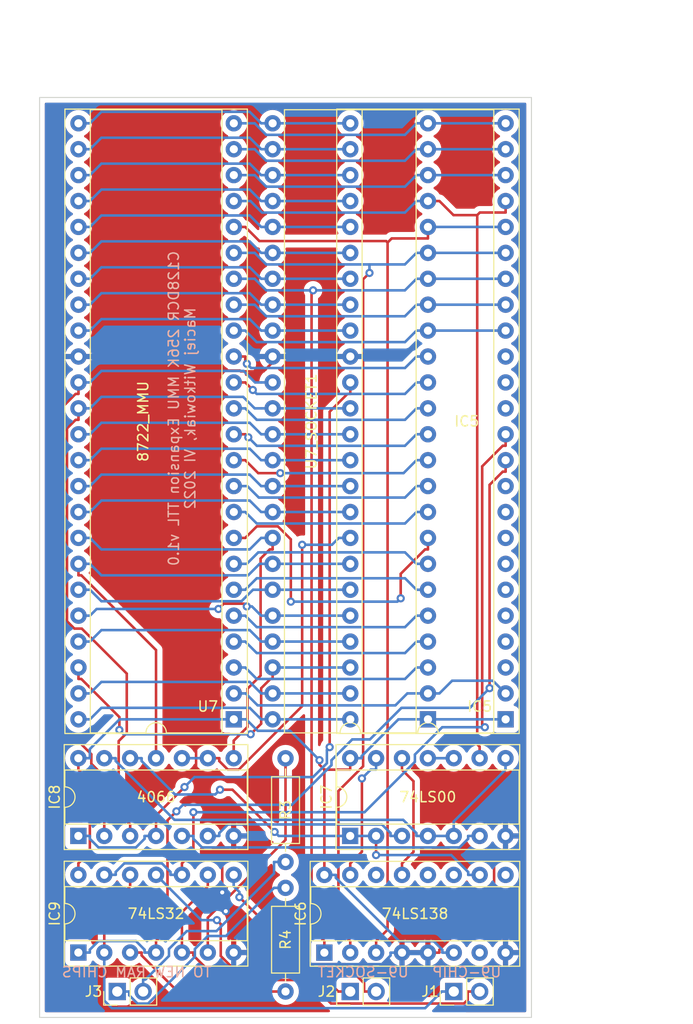
<source format=kicad_pcb>
(kicad_pcb (version 20211014) (generator pcbnew)
  (layers (0 "F.Cu" signal) (31 "B.Cu" signal) (34 "B.Paste" user) (35 "F.Paste" user) (36 "B.SilkS" user "B.Silkscreen") (37 "F.SilkS" user "F.Silkscreen") (38 "B.Mask" user) (39 "F.Mask" user) (44 "Edge.Cuts" user))
  (net 0 "")
  (net 1 "/~{RESET}")
  (net 10 "Net-(IC5-Pad11)")
  (net 11 "Net-(IC5-Pad12)")
  (net 15 "/AEC")
  (net 16 "/MUX")
  (net 17 "/A0")
  (net 18 "/A1")
  (net 19 "/A2")
  (net 20 "/A3")
  (net 21 "/A5{slash}A4")
  (net 22 "/A7{slash}A6")
  (net 23 "/A8")
  (net 24 "/A9")
  (net 25 "/A10")
  (net 26 "/A11")
  (net 27 "/A12")
  (net 28 "/A13")
  (net 29 "/A14")
  (net 30 "/A15")
  (net 31 "/R{slash}~{W}")
  (net 32 "/PHI_{IN}")
  (net 33 "/D0")
  (net 34 "/D1")
  (net 35 "/D2")
  (net 36 "/D3")
  (net 37 "/D4")
  (net 38 "/D5")
  (net 39 "/D6")
  (net 40 "/D7")
  (net 41 "/~{Z80EN}")
  (net 42 "/~{FSDIR}")
  (net 43 "/~{GAME}")
  (net 44 "/~{EXROM}")
  (net 45 "/MS3")
  (net 46 "/40{slash}~{80}")
  (net 47 "/D0_{IC5}")
  (net 48 "/D6_{IC5}")
  (net 49 "Net-(IC6-Pad10)")
  (net 50 "Net-(IC6-Pad13)")
  (net 51 "Net-(IC7-Pad10)")
  (net 57 "Net-(IC6-Pad15)")
  (net 58 "Net-(IC8-Pad6)")
  (net 59 "Net-(IC7-Pad4)")
  (net 60 "Net-(IC7-Pad6)")
  (net 61 "Net-(IC9-Pad3)")
  (net 62 "Net-(IC9-Pad6)")
  (net 63 "/~{RAMCAS2}")
  (net 64 "/~{RAMCAS3}")
  (net 65 "/~{RAMCAS1}_{IN}")
  (net 66 "/~{RAMCAS0}_{IN}")
  (net 67 "/~{RAMCAS1}_{OUT}")
  (net 68 "/~{RAMCAS0}_{OUT}")
  (net 69 "/TA15")
  (net 70 "/TA14")
  (net 71 "/TA13")
  (net 72 "/TA12")
  (net 73 "/TA11")
  (net 74 "/TA10")
  (net 75 "/TA9")
  (net 76 "/TA8")
  (net 77 "/~{CAS1}")
  (net 78 "/~{CAS0}")
  (net 79 "/MS2,~{IOSEL}")
  (net 80 "/MS1")
  (net 81 "/MS0")
  (net 82 "VCC")
  (net 83 "GND")
  (footprint "Connector_PinHeader_2.54mm:PinHeader_1x02_P2.54mm_Vertical" (layer "F.Cu") (at 96.52 113.03 90)
    (fp_text reference "J2")
    (fp_text value "U9-SOCKET")
  )
  (footprint "Package_DIP:DIP-14_W7.62mm_Socket" (layer "F.Cu") (at 69.845 109.21 90)
    (fp_text reference "IC9")
    (fp_text value "74LS32")
  )
  (footprint "Package_DIP:DIP-48_W15.24mm" (layer "F.Cu") (at 104.145 86.35 180)
    (fp_text reference "U7_SOCKET1" hide)
    (fp_text value "8722_MMU")
  )
  (footprint "Package_DIP:DIP-48_W15.24mm_Socket" (layer "F.Cu") (at 85.095 86.35 180)
    (fp_text reference "U7")
    (fp_text value "8722_MMU")
  )
  (footprint "Package_DIP:DIP-14_W7.62mm_Socket" (layer "F.Cu") (at 69.845 97.78 90)
    (fp_text reference "IC8")
    (fp_text value "4066")
  )
  (footprint "Package_DIP:DIP-16_W7.62mm_Socket" (layer "F.Cu") (at 93.98 109.22 90)
    (fp_text reference "IC6")
    (fp_text value "74LS138")
  )
  (footprint "Package_DIP:DIP-48_W15.24mm_Socket" (layer "F.Cu") (at 111.765 86.35 180)
    (fp_text reference "IC5")
    (fp_text value "8722_MMU")
  )
  (footprint "Resistor_THT:R_Axial_DIN0207_L6.3mm_D2.5mm_P10.16mm_Horizontal" (layer "F.Cu") (at 90.17 90.17 -90)
    (fp_text reference "R3")
    (fp_text value "68")
  )
  (footprint "Connector_PinHeader_2.54mm:PinHeader_1x02_P2.54mm_Vertical" (layer "F.Cu") (at 106.68 113.03 90)
    (fp_text reference "J1")
    (fp_text value "U9-CHIP")
  )
  (footprint "Resistor_THT:R_Axial_DIN0207_L6.3mm_D2.5mm_P10.16mm_Horizontal" (layer "F.Cu") (at 90.17 113.03 90)
    (fp_text reference "R4")
    (fp_text value "68")
  )
  (footprint "Connector_PinHeader_2.54mm:PinHeader_1x02_P2.54mm_Vertical" (layer "F.Cu") (at 73.66 113.03 90)
    (fp_text reference "J3")
    (fp_text value "TO NEW RAM CHIPS")
  )
  (footprint "Package_DIP:DIP-14_W7.62mm_Socket" (layer "F.Cu") (at 96.515 97.78 90)
    (fp_text reference "IC7")
    (fp_text value "74LS00")
  )
  (gr_rect (start 114.3 25.4) (end 66.04 115.57) (layer "Edge.Cuts") (width 0.1) (fill none))
  (gr_text "C128DCR 256K MMU Expansion TTL v1.0\nMaciej Witkowiak, VI 2022" (at 80.01 55.88 90) (layer "B.SilkS") (effects (font (size 1 1)) (justify mirror)))
  (segment (start 103.0197 83.81) (end 102.1205 83.81) (width 0.25) (layer "B.Cu") (net 1))
  (segment (start 110.5217 82.5667) (end 106.5136 82.5667) (width 0.25) (layer "B.Cu") (net 1))
  (segment (start 86.2618 83.81) (end 85.095 83.81) (width 0.25) (layer "B.Cu") (net 1))
  (segment (start 104.145 83.81) (end 103.0197 83.81) (width 0.25) (layer "B.Cu") (net 1))
  (segment (start 87.4353 84.9835) (end 86.2618 83.81) (width 0.25) (layer "B.Cu") (net 1))
  (segment (start 111.765 83.81) (end 110.5217 82.5667) (width 0.25) (layer "B.Cu") (net 1))
  (segment (start 106.5136 82.5667) (end 105.2703 83.81) (width 0.25) (layer "B.Cu") (net 1))
  (segment (start 104.145 83.81) (end 105.2703 83.81) (width 0.25) (layer "B.Cu") (net 1))
  (segment (start 102.1205 83.81) (end 100.947 84.9835) (width 0.25) (layer "B.Cu") (net 1))
  (segment (start 100.947 84.9835) (end 87.4353 84.9835) (width 0.25) (layer "B.Cu") (net 1))
  (segment (start 111.4837 62.0753) (end 110.192 63.367) (width 0.25) (layer "F.Cu") (net 10))
  (segment (start 110.192 63.367) (end 110.192 83.2962) (width 0.25) (layer "F.Cu") (net 10))
  (segment (start 111.765 62.0753) (end 111.4837 62.0753) (width 0.25) (layer "F.Cu") (net 10))
  (segment (start 78.5903 106.9594) (end 78.5903 96.2435) (width 0.25) (layer "F.Cu") (net 10))
  (segment (start 77.465 108.0847) (end 78.5903 106.9594) (width 0.25) (layer "F.Cu") (net 10))
  (segment (start 78.5903 96.2435) (end 79.4646 95.3692) (width 0.25) (layer "F.Cu") (net 10))
  (segment (start 77.465 109.21) (end 77.465 108.0847) (width 0.25) (layer "F.Cu") (net 10))
  (segment (start 111.765 60.95) (end 111.765 62.0753) (width 0.25) (layer "F.Cu") (net 10))
  (via (at 110.192 83.2962) (size 0.8) (drill 0.4) (layers "F.Cu" "B.Cu") (net 10))
  (via (at 79.4646 95.3692) (size 0.8) (drill 0.4) (layers "F.Cu" "B.Cu") (net 10))
  (segment (start 75.4957 108.0847) (end 71.8142 108.0847) (width 0.25) (layer "B.Cu") (net 10))
  (segment (start 94.6793 90.3565) (end 96.7176 88.3182) (width 0.25) (layer "B.Cu") (net 10))
  (segment (start 76.3397 109.21) (end 76.3397 108.9287) (width 0.25) (layer "B.Cu") (net 10))
  (segment (start 70.9703 108.9286) (end 70.9703 109.21) (width 0.25) (layer "B.Cu") (net 10))
  (segment (start 79.4646 95.3692) (end 80.1046 94.7292) (width 0.25) (layer "B.Cu") (net 10))
  (segment (start 94.6793 90.8406) (end 94.6793 90.3565) (width 0.25) (layer "B.Cu") (net 10))
  (segment (start 108.2636 85.2246) (end 110.192 83.2962) (width 0.25) (layer "B.Cu") (net 10))
  (segment (start 80.1046 94.7292) (end 90.7907 94.7292) (width 0.25) (layer "B.Cu") (net 10))
  (segment (start 90.7907 94.7292) (end 94.6793 90.8406) (width 0.25) (layer "B.Cu") (net 10))
  (segment (start 98.4553 88.3182) (end 101.5489 85.2246) (width 0.25) (layer "B.Cu") (net 10))
  (segment (start 69.845 109.21) (end 70.9703 109.21) (width 0.25) (layer "B.Cu") (net 10))
  (segment (start 76.3397 108.9287) (end 75.4957 108.0847) (width 0.25) (layer "B.Cu") (net 10))
  (segment (start 96.7176 88.3182) (end 98.4553 88.3182) (width 0.25) (layer "B.Cu") (net 10))
  (segment (start 77.465 109.21) (end 76.3397 109.21) (width 0.25) (layer "B.Cu") (net 10))
  (segment (start 101.5489 85.2246) (end 108.2636 85.2246) (width 0.25) (layer "B.Cu") (net 10))
  (segment (start 71.8142 108.0847) (end 70.9703 108.9286) (width 0.25) (layer "B.Cu") (net 10))
  (segment (start 109.4667 86.8629) (end 109.7278 87.124) (width 0.25) (layer "F.Cu") (net 11))
  (segment (start 111.765 59.5353) (end 111.4837 59.5353) (width 0.25) (layer "F.Cu") (net 11))
  (segment (start 80.005 101.59) (end 80.005 100.4647) (width 0.25) (layer "F.Cu") (net 11))
  (segment (start 109.4667 61.5523) (end 109.4667 86.8629) (width 0.25) (layer "F.Cu") (net 11))
  (segment (start 80.005 100.4647) (end 81.1303 99.3394) (width 0.25) (layer "F.Cu") (net 11))
  (segment (start 111.765 58.41) (end 111.765 59.5353) (width 0.25) (layer "F.Cu") (net 11))
  (segment (start 81.1303 99.3394) (end 81.1303 95.4546) (width 0.25) (layer "F.Cu") (net 11))
  (segment (start 111.4837 59.5353) (end 109.4667 61.5523) (width 0.25) (layer "F.Cu") (net 11))
  (via (at 81.1303 95.4546) (size 0.8) (drill 0.4) (layers "F.Cu" "B.Cu") (net 11))
  (via (at 109.7278 87.124) (size 0.8) (drill 0.4) (layers "F.Cu" "B.Cu") (net 11))
  (segment (start 109.7278 87.124) (end 105.5436 87.124) (width 0.25) (layer "B.Cu") (net 11))
  (segment (start 102.865 89.8026) (end 102.865 90.5112) (width 0.25) (layer "B.Cu") (net 11))
  (segment (start 73.5103 101.3087) (end 74.3543 100.4647) (width 0.25) (layer "B.Cu") (net 11))
  (segment (start 78.0358 100.4647) (end 78.8797 101.3086) (width 0.25) (layer "B.Cu") (net 11))
  (segment (start 73.5103 101.59) (end 73.5103 101.3087) (width 0.25) (layer "B.Cu") (net 11))
  (segment (start 102.865 90.5112) (end 97.9216 95.4546) (width 0.25) (layer "B.Cu") (net 11))
  (segment (start 74.3543 100.4647) (end 78.0358 100.4647) (width 0.25) (layer "B.Cu") (net 11))
  (segment (start 105.5436 87.124) (end 102.865 89.8026) (width 0.25) (layer "B.Cu") (net 11))
  (segment (start 72.385 101.59) (end 73.5103 101.59) (width 0.25) (layer "B.Cu") (net 11))
  (segment (start 97.9216 95.4546) (end 81.1303 95.4546) (width 0.25) (layer "B.Cu") (net 11))
  (segment (start 78.8797 101.3086) (end 78.8797 101.59) (width 0.25) (layer "B.Cu") (net 11))
  (segment (start 80.005 101.59) (end 78.8797 101.59) (width 0.25) (layer "B.Cu") (net 11))
  (segment (start 111.765 48.25) (end 104.145 48.25) (width 0.25) (layer "B.Cu") (net 15))
  (segment (start 85.095 48.25) (end 86.2203 48.25) (width 0.25) (layer "B.Cu") (net 15))
  (segment (start 104.145 48.25) (end 103.0197 48.25) (width 0.25) (layer "B.Cu") (net 15))
  (segment (start 103.0197 48.25) (end 101.8944 49.3753) (width 0.25) (layer "B.Cu") (net 15))
  (segment (start 101.8944 49.3753) (end 87.3456 49.3753) (width 0.25) (layer "B.Cu") (net 15))
  (segment (start 87.3456 49.3753) (end 86.2203 48.25) (width 0.25) (layer "B.Cu") (net 15))
  (segment (start 111.765 45.71) (end 104.145 45.71) (width 0.25) (layer "B.Cu") (net 16))
  (segment (start 88.276 46.8432) (end 87.1428 45.71) (width 0.25) (layer "B.Cu") (net 16))
  (segment (start 101.8865 46.8432) (end 88.276 46.8432) (width 0.25) (layer "B.Cu") (net 16))
  (segment (start 87.1428 45.71) (end 85.095 45.71) (width 0.25) (layer "B.Cu") (net 16))
  (segment (start 104.145 45.71) (end 103.0197 45.71) (width 0.25) (layer "B.Cu") (net 16))
  (segment (start 103.0197 45.71) (end 101.8865 46.8432) (width 0.25) (layer "B.Cu") (net 16))
  (segment (start 93.98 108.0947) (end 92.7262 106.8409) (width 0.25) (layer "F.Cu") (net 17))
  (segment (start 92.7262 44.4502) (end 92.8732 44.3032) (width 0.25) (layer "F.Cu") (net 17))
  (segment (start 93.98 109.22) (end 93.98 108.0947) (width 0.25) (layer "F.Cu") (net 17))
  (segment (start 92.7262 106.8409) (end 92.7262 44.4502) (width 0.25) (layer "F.Cu") (net 17))
  (via (at 92.8732 44.3032) (size 0.8) (drill 0.4) (layers "F.Cu" "B.Cu") (net 17))
  (segment (start 103.0197 43.17) (end 101.8865 44.3032) (width 0.25) (layer "B.Cu") (net 17))
  (segment (start 92.8732 44.3032) (end 88.276 44.3032) (width 0.25) (layer "B.Cu") (net 17))
  (segment (start 104.145 43.17) (end 103.0197 43.17) (width 0.25) (layer "B.Cu") (net 17))
  (segment (start 88.276 44.3032) (end 87.1428 43.17) (width 0.25) (layer "B.Cu") (net 17))
  (segment (start 101.8865 44.3032) (end 92.8732 44.3032) (width 0.25) (layer "B.Cu") (net 17))
  (segment (start 87.1428 43.17) (end 85.095 43.17) (width 0.25) (layer "B.Cu") (net 17))
  (segment (start 111.765 43.17) (end 104.145 43.17) (width 0.25) (layer "B.Cu") (net 17))
  (segment (start 96.52 109.22) (end 96.52 108.0947) (width 0.25) (layer "F.Cu") (net 18))
  (segment (start 96.52 108.0947) (end 95.3587 106.9334) (width 0.25) (layer "F.Cu") (net 18))
  (segment (start 95.3587 106.9334) (end 95.3587 93.3758) (width 0.25) (layer "F.Cu") (net 18))
  (segment (start 97.785 43.2189) (end 98.4072 42.5967) (width 0.25) (layer "F.Cu") (net 18))
  (segment (start 97.785 90.9495) (end 97.785 43.2189) (width 0.25) (layer "F.Cu") (net 18))
  (segment (start 95.3587 93.3758) (end 97.785 90.9495) (width 0.25) (layer "F.Cu") (net 18))
  (via (at 98.4072 42.5967) (size 0.8) (drill 0.4) (layers "F.Cu" "B.Cu") (net 18))
  (segment (start 103.0197 40.63) (end 101.8865 41.7632) (width 0.25) (layer "B.Cu") (net 18))
  (segment (start 104.145 40.63) (end 103.0197 40.63) (width 0.25) (layer "B.Cu") (net 18))
  (segment (start 87.1428 40.63) (end 85.095 40.63) (width 0.25) (layer "B.Cu") (net 18))
  (segment (start 111.765 40.63) (end 104.145 40.63) (width 0.25) (layer "B.Cu") (net 18))
  (segment (start 101.8865 41.7632) (end 98.4072 41.7632) (width 0.25) (layer "B.Cu") (net 18))
  (segment (start 98.4072 41.7632) (end 88.276 41.7632) (width 0.25) (layer "B.Cu") (net 18))
  (segment (start 98.4072 42.5967) (end 98.4072 41.7632) (width 0.25) (layer "B.Cu") (net 18))
  (segment (start 88.276 41.7632) (end 87.1428 40.63) (width 0.25) (layer "B.Cu") (net 18))
  (segment (start 100.0403 39.4726) (end 100.1853 39.6176) (width 0.25) (layer "F.Cu") (net 19))
  (segment (start 104.145 39.2153) (end 100.5876 39.2153) (width 0.25) (layer "F.Cu") (net 19))
  (segment (start 104.145 38.09) (end 104.145 39.2153) (width 0.25) (layer "F.Cu") (net 19))
  (segment (start 100.1853 39.6176) (end 100.1853 106.9694) (width 0.25) (layer "F.Cu") (net 19))
  (segment (start 86.2203 38.09) (end 87.6029 39.4726) (width 0.25) (layer "F.Cu") (net 19))
  (segment (start 99.06 109.22) (end 99.06 108.0947) (width 0.25) (layer "F.Cu") (net 19))
  (segment (start 85.095 38.09) (end 86.2203 38.09) (width 0.25) (layer "F.Cu") (net 19))
  (segment (start 100.1853 106.9694) (end 99.06 108.0947) (width 0.25) (layer "F.Cu") (net 19))
  (segment (start 100.5876 39.2153) (end 100.1853 39.6176) (width 0.25) (layer "F.Cu") (net 19))
  (segment (start 87.6029 39.4726) (end 100.0403 39.4726) (width 0.25) (layer "F.Cu") (net 19))
  (segment (start 111.765 38.09) (end 104.145 38.09) (width 0.25) (layer "B.Cu") (net 19))
  (segment (start 106.6529 36.9326) (end 105.2703 35.55) (width 0.25) (layer "F.Cu") (net 20))
  (segment (start 109.215 89.0347) (end 108.9787 88.7984) (width 0.25) (layer "F.Cu") (net 20))
  (segment (start 108.9787 36.9326) (end 106.6529 36.9326) (width 0.25) (layer "F.Cu") (net 20))
  (segment (start 108.9787 88.7984) (end 108.9787 36.9326) (width 0.25) (layer "F.Cu") (net 20))
  (segment (start 109.215 90.16) (end 109.215 89.0347) (width 0.25) (layer "F.Cu") (net 20))
  (segment (start 104.145 35.55) (end 105.2703 35.55) (width 0.25) (layer "F.Cu") (net 20))
  (segment (start 111.765 36.6753) (end 109.236 36.6753) (width 0.25) (layer "F.Cu") (net 20))
  (segment (start 109.236 36.6753) (end 108.9787 36.9326) (width 0.25) (layer "F.Cu") (net 20))
  (segment (start 111.765 35.55) (end 111.765 36.6753) (width 0.25) (layer "F.Cu") (net 20))
  (segment (start 103.0197 35.55) (end 101.8865 36.6832) (width 0.25) (layer "B.Cu") (net 20))
  (segment (start 87.8648 36.6832) (end 86.7316 35.55) (width 0.25) (layer "B.Cu") (net 20))
  (segment (start 104.145 35.55) (end 103.0197 35.55) (width 0.25) (layer "B.Cu") (net 20))
  (segment (start 86.7316 35.55) (end 85.095 35.55) (width 0.25) (layer "B.Cu") (net 20))
  (segment (start 101.8865 36.6832) (end 87.8648 36.6832) (width 0.25) (layer "B.Cu") (net 20))
  (segment (start 87.1428 33.01) (end 85.095 33.01) (width 0.25) (layer "B.Cu") (net 21))
  (segment (start 88.276 34.1432) (end 87.1428 33.01) (width 0.25) (layer "B.Cu") (net 21))
  (segment (start 111.765 33.01) (end 104.145 33.01) (width 0.25) (layer "B.Cu") (net 21))
  (segment (start 103.0197 33.01) (end 101.8865 34.1432) (width 0.25) (layer "B.Cu") (net 21))
  (segment (start 101.8865 34.1432) (end 88.276 34.1432) (width 0.25) (layer "B.Cu") (net 21))
  (segment (start 104.145 33.01) (end 103.0197 33.01) (width 0.25) (layer "B.Cu") (net 21))
  (segment (start 104.145 30.47) (end 103.0197 30.47) (width 0.25) (layer "B.Cu") (net 22))
  (segment (start 87.1428 30.47) (end 85.095 30.47) (width 0.25) (layer "B.Cu") (net 22))
  (segment (start 103.0197 30.47) (end 101.8865 31.6032) (width 0.25) (layer "B.Cu") (net 22))
  (segment (start 88.276 31.6032) (end 87.1428 30.47) (width 0.25) (layer "B.Cu") (net 22))
  (segment (start 101.8865 31.6032) (end 88.276 31.6032) (width 0.25) (layer "B.Cu") (net 22))
  (segment (start 111.765 30.47) (end 104.145 30.47) (width 0.25) (layer "B.Cu") (net 22))
  (segment (start 103.0197 27.93) (end 101.8865 29.0632) (width 0.25) (layer "B.Cu") (net 23))
  (segment (start 101.8865 29.0632) (end 88.276 29.0632) (width 0.25) (layer "B.Cu") (net 23))
  (segment (start 104.145 27.93) (end 103.0197 27.93) (width 0.25) (layer "B.Cu") (net 23))
  (segment (start 88.276 29.0632) (end 87.1428 27.93) (width 0.25) (layer "B.Cu") (net 23))
  (segment (start 111.765 27.93) (end 104.145 27.93) (width 0.25) (layer "B.Cu") (net 23))
  (segment (start 87.1428 27.93) (end 85.095 27.93) (width 0.25) (layer "B.Cu") (net 23))
  (segment (start 69.855 27.93) (end 70.9803 27.93) (width 0.25) (layer "B.Cu") (net 24))
  (segment (start 96.525 27.93) (end 88.905 27.93) (width 0.25) (layer "B.Cu") (net 24))
  (segment (start 88.905 27.93) (end 87.7797 27.93) (width 0.25) (layer "B.Cu") (net 24))
  (segment (start 72.1056 26.8047) (end 86.6544 26.8047) (width 0.25) (layer "B.Cu") (net 24))
  (segment (start 86.6544 26.8047) (end 87.7797 27.93) (width 0.25) (layer "B.Cu") (net 24))
  (segment (start 70.9803 27.93) (end 72.1056 26.8047) (width 0.25) (layer "B.Cu") (net 24))
  (segment (start 69.855 30.47) (end 70.9803 30.47) (width 0.25) (layer "B.Cu") (net 25))
  (segment (start 96.525 30.47) (end 88.905 30.47) (width 0.25) (layer "B.Cu") (net 25))
  (segment (start 86.6544 29.3447) (end 87.7797 30.47) (width 0.25) (layer "B.Cu") (net 25))
  (segment (start 72.1056 29.3447) (end 86.6544 29.3447) (width 0.25) (layer "B.Cu") (net 25))
  (segment (start 70.9803 30.47) (end 72.1056 29.3447) (width 0.25) (layer "B.Cu") (net 25))
  (segment (start 88.905 30.47) (end 87.7797 30.47) (width 0.25) (layer "B.Cu") (net 25))
  (segment (start 96.525 33.01) (end 88.905 33.01) (width 0.25) (layer "B.Cu") (net 26))
  (segment (start 70.9803 33.01) (end 72.1056 31.8847) (width 0.25) (layer "B.Cu") (net 26))
  (segment (start 69.855 33.01) (end 70.9803 33.01) (width 0.25) (layer "B.Cu") (net 26))
  (segment (start 72.1056 31.8847) (end 86.6544 31.8847) (width 0.25) (layer "B.Cu") (net 26))
  (segment (start 86.6544 31.8847) (end 87.7797 33.01) (width 0.25) (layer "B.Cu") (net 26))
  (segment (start 88.905 33.01) (end 87.7797 33.01) (width 0.25) (layer "B.Cu") (net 26))
  (segment (start 72.1056 34.4247) (end 86.6544 34.4247) (width 0.25) (layer "B.Cu") (net 27))
  (segment (start 86.6544 34.4247) (end 87.7797 35.55) (width 0.25) (layer "B.Cu") (net 27))
  (segment (start 69.855 35.55) (end 70.9803 35.55) (width 0.25) (layer "B.Cu") (net 27))
  (segment (start 70.9803 35.55) (end 72.1056 34.4247) (width 0.25) (layer "B.Cu") (net 27))
  (segment (start 96.525 35.55) (end 88.905 35.55) (width 0.25) (layer "B.Cu") (net 27))
  (segment (start 88.905 35.55) (end 87.7797 35.55) (width 0.25) (layer "B.Cu") (net 27))
  (segment (start 96.525 38.09) (end 88.905 38.09) (width 0.25) (layer "B.Cu") (net 28))
  (segment (start 69.855 38.09) (end 70.9803 38.09) (width 0.25) (layer "B.Cu") (net 28))
  (segment (start 72.1056 36.9647) (end 86.6544 36.9647) (width 0.25) (layer "B.Cu") (net 28))
  (segment (start 88.905 38.09) (end 87.7797 38.09) (width 0.25) (layer "B.Cu") (net 28))
  (segment (start 70.9803 38.09) (end 72.1056 36.9647) (width 0.25) (layer "B.Cu") (net 28))
  (segment (start 86.6544 36.9647) (end 87.7797 38.09) (width 0.25) (layer "B.Cu") (net 28))
  (segment (start 88.905 40.63) (end 87.7797 40.63) (width 0.25) (layer "B.Cu") (net 29))
  (segment (start 96.525 40.63) (end 88.905 40.63) (width 0.25) (layer "B.Cu") (net 29))
  (segment (start 72.1056 39.5047) (end 86.6544 39.5047) (width 0.25) (layer "B.Cu") (net 29))
  (segment (start 86.6544 39.5047) (end 87.7797 40.63) (width 0.25) (layer "B.Cu") (net 29))
  (segment (start 69.855 40.63) (end 70.9803 40.63) (width 0.25) (layer "B.Cu") (net 29))
  (segment (start 70.9803 40.63) (end 72.1056 39.5047) (width 0.25) (layer "B.Cu") (net 29))
  (segment (start 69.855 43.17) (end 70.9803 43.17) (width 0.25) (layer "B.Cu") (net 30))
  (segment (start 96.525 43.17) (end 88.905 43.17) (width 0.25) (layer "B.Cu") (net 30))
  (segment (start 72.1056 42.0447) (end 86.6544 42.0447) (width 0.25) (layer "B.Cu") (net 30))
  (segment (start 86.6544 42.0447) (end 87.7797 43.17) (width 0.25) (layer "B.Cu") (net 30))
  (segment (start 88.905 43.17) (end 87.7797 43.17) (width 0.25) (layer "B.Cu") (net 30))
  (segment (start 70.9803 43.17) (end 72.1056 42.0447) (width 0.25) (layer "B.Cu") (net 30))
  (segment (start 70.9803 45.71) (end 72.1056 44.5847) (width 0.25) (layer "B.Cu") (net 31))
  (segment (start 96.525 45.71) (end 88.905 45.71) (width 0.25) (layer "B.Cu") (net 31))
  (segment (start 88.905 45.71) (end 87.7797 45.71) (width 0.25) (layer "B.Cu") (net 31))
  (segment (start 69.855 45.71) (end 70.9803 45.71) (width 0.25) (layer "B.Cu") (net 31))
  (segment (start 72.1056 44.5847) (end 86.6544 44.5847) (width 0.25) (layer "B.Cu") (net 31))
  (segment (start 86.6544 44.5847) (end 87.7797 45.71) (width 0.25) (layer "B.Cu") (net 31))
  (segment (start 88.905 48.25) (end 87.7797 48.25) (width 0.25) (layer "B.Cu") (net 32))
  (segment (start 96.525 48.25) (end 88.905 48.25) (width 0.25) (layer "B.Cu") (net 32))
  (segment (start 70.9803 48.25) (end 72.1056 47.1247) (width 0.25) (layer "B.Cu") (net 32))
  (segment (start 72.1056 47.1247) (end 86.6544 47.1247) (width 0.25) (layer "B.Cu") (net 32))
  (segment (start 69.855 48.25) (end 70.9803 48.25) (width 0.25) (layer "B.Cu") (net 32))
  (segment (start 86.6544 47.1247) (end 87.7797 48.25) (width 0.25) (layer "B.Cu") (net 32))
  (segment (start 68.2647 86.9209) (end 68.2647 55.7643) (width 0.25) (layer "F.Cu") (net 33))
  (segment (start 69.855 53.33) (end 69.855 54.4553) (width 0.25) (layer "F.Cu") (net 33))
  (segment (start 71.115 90.7014) (end 71.115 89.7712) (width 0.25) (layer "F.Cu") (net 33))
  (segment (start 69.5737 54.4553) (end 69.855 54.4553) (width 0.25) (layer "F.Cu") (net 33))
  (segment (start 68.2647 55.7643) (end 69.5737 54.4553) (width 0.25) (layer "F.Cu") (net 33))
  (segment (start 72.385 97.78) (end 72.385 91.9714) (width 0.25) (layer "F.Cu") (net 33))
  (segment (start 72.385 91.9714) (end 71.115 90.7014) (width 0.25) (layer "F.Cu") (net 33))
  (segment (start 71.115 89.7712) (end 68.2647 86.9209) (width 0.25) (layer "F.Cu") (net 33))
  (segment (start 86.0546 52.2047) (end 87.1799 53.33) (width 0.25) (layer "B.Cu") (net 33))
  (segment (start 69.855 53.33) (end 70.9803 53.33) (width 0.25) (layer "B.Cu") (net 33))
  (segment (start 70.9803 53.33) (end 72.1056 52.2047) (width 0.25) (layer "B.Cu") (net 33))
  (segment (start 88.905 53.33) (end 87.7797 53.33) (width 0.25) (layer "B.Cu") (net 33))
  (segment (start 87.1799 53.33) (end 87.7797 53.33) (width 0.25) (layer "B.Cu") (net 33))
  (segment (start 72.1056 52.2047) (end 86.0546 52.2047) (width 0.25) (layer "B.Cu") (net 33))
  (segment (start 73.7997 88.4845) (end 74.5926 87.6916) (width 0.25) (layer "F.Cu") (net 34))
  (segment (start 74.5926 81.8701) (end 70.1825 77.46) (width 0.25) (layer "F.Cu") (net 34))
  (segment (start 69.5736 56.9953) (end 69.855 56.9953) (width 0.25) (layer "F.Cu") (net 34))
  (segment (start 68.7297 76.7337) (end 68.7297 57.8392) (width 0.25) (layer "F.Cu") (net 34))
  (segment (start 74.925 97.78) (end 74.925 96.6547) (width 0.25) (layer "F.Cu") (net 34))
  (segment (start 68.7297 57.8392) (end 69.5736 56.9953) (width 0.25) (layer "F.Cu") (net 34))
  (segment (start 70.1825 77.46) (end 69.456 77.46) (width 0.25) (layer "F.Cu") (net 34))
  (segment (start 69.855 55.87) (end 69.855 56.9953) (width 0.25) (layer "F.Cu") (net 34))
  (segment (start 73.7997 95.5294) (end 73.7997 88.4845) (width 0.25) (layer "F.Cu") (net 34))
  (segment (start 69.456 77.46) (end 68.7297 76.7337) (width 0.25) (layer "F.Cu") (net 34))
  (segment (start 74.925 96.6547) (end 73.7997 95.5294) (width 0.25) (layer "F.Cu") (net 34))
  (segment (start 74.5926 87.6916) (end 74.5926 81.8701) (width 0.25) (layer "F.Cu") (net 34))
  (segment (start 87.1433 55.87) (end 87.7797 55.87) (width 0.25) (layer "B.Cu") (net 34))
  (segment (start 96.525 55.87) (end 88.905 55.87) (width 0.25) (layer "B.Cu") (net 34))
  (segment (start 69.855 55.87) (end 70.9803 55.87) (width 0.25) (layer "B.Cu") (net 34))
  (segment (start 88.905 55.87) (end 87.7797 55.87) (width 0.25) (layer "B.Cu") (net 34))
  (segment (start 72.1056 54.7447) (end 86.018 54.7447) (width 0.25) (layer "B.Cu") (net 34))
  (segment (start 86.018 54.7447) (end 87.1433 55.87) (width 0.25) (layer "B.Cu") (net 34))
  (segment (start 70.9803 55.87) (end 72.1056 54.7447) (width 0.25) (layer "B.Cu") (net 34))
  (segment (start 69.855 58.41) (end 70.9803 58.41) (width 0.25) (layer "B.Cu") (net 35))
  (segment (start 72.1056 57.2847) (end 86.6544 57.2847) (width 0.25) (layer "B.Cu") (net 35))
  (segment (start 88.905 58.41) (end 87.7797 58.41) (width 0.25) (layer "B.Cu") (net 35))
  (segment (start 70.9803 58.41) (end 72.1056 57.2847) (width 0.25) (layer "B.Cu") (net 35))
  (segment (start 96.525 58.41) (end 88.905 58.41) (width 0.25) (layer "B.Cu") (net 35))
  (segment (start 86.6544 57.2847) (end 87.7797 58.41) (width 0.25) (layer "B.Cu") (net 35))
  (segment (start 96.525 60.95) (end 88.905 60.95) (width 0.25) (layer "B.Cu") (net 36))
  (segment (start 69.855 60.95) (end 70.9803 60.95) (width 0.25) (layer "B.Cu") (net 36))
  (segment (start 72.1056 59.8247) (end 86.6544 59.8247) (width 0.25) (layer "B.Cu") (net 36))
  (segment (start 88.905 60.95) (end 87.7797 60.95) (width 0.25) (layer "B.Cu") (net 36))
  (segment (start 86.6544 59.8247) (end 87.7797 60.95) (width 0.25) (layer "B.Cu") (net 36))
  (segment (start 70.9803 60.95) (end 72.1056 59.8247) (width 0.25) (layer "B.Cu") (net 36))
  (segment (start 86.6544 62.3647) (end 87.7797 63.49) (width 0.25) (layer "B.Cu") (net 37))
  (segment (start 69.855 63.49) (end 70.9803 63.49) (width 0.25) (layer "B.Cu") (net 37))
  (segment (start 70.9803 63.49) (end 72.1056 62.3647) (width 0.25) (layer "B.Cu") (net 37))
  (segment (start 88.905 63.49) (end 87.7797 63.49) (width 0.25) (layer "B.Cu") (net 37))
  (segment (start 96.525 63.49) (end 88.905 63.49) (width 0.25) (layer "B.Cu") (net 37))
  (segment (start 72.1056 62.3647) (end 86.6544 62.3647) (width 0.25) (layer "B.Cu") (net 37))
  (segment (start 72.1056 64.9047) (end 86.6544 64.9047) (width 0.25) (layer "B.Cu") (net 38))
  (segment (start 86.6544 64.9047) (end 87.7797 66.03) (width 0.25) (layer "B.Cu") (net 38))
  (segment (start 70.9803 66.03) (end 72.1056 64.9047) (width 0.25) (layer "B.Cu") (net 38))
  (segment (start 88.905 66.03) (end 87.7797 66.03) (width 0.25) (layer "B.Cu") (net 38))
  (segment (start 96.525 66.03) (end 88.905 66.03) (width 0.25) (layer "B.Cu") (net 38))
  (segment (start 69.855 66.03) (end 70.9803 66.03) (width 0.25) (layer "B.Cu") (net 38))
  (segment (start 86.435 87.0981) (end 85.085 88.4481) (width 0.25) (layer "F.Cu") (net 39))
  (segment (start 88.905 68.57) (end 88.905 69.6953) (width 0.25) (layer "F.Cu") (net 39))
  (segment (start 87.725 70.5939) (end 87.725 82.0626) (width 0.25) (layer "F.Cu") (net 39))
  (segment (start 88.905 69.6953) (end 88.6236 69.6953) (width 0.25) (layer "F.Cu") (net 39))
  (segment (start 88.6236 69.6953) (end 87.725 70.5939) (width 0.25) (layer "F.Cu") (net 39))
  (segment (start 85.085 90.16) (end 85.085 89.0347) (width 0.25) (layer "F.Cu") (net 39))
  (segment (start 86.435 83.3526) (end 86.435 87.0981) (width 0.25) (layer "F.Cu") (net 39))
  (segment (start 87.725 82.0626) (end 86.435 83.3526) (width 0.25) (layer "F.Cu") (net 39))
  (segment (start 85.085 88.4481) (end 85.085 89.0347) (width 0.25) (layer "F.Cu") (net 39))
  (segment (start 69.855 68.57) (end 70.9803 68.57) (width 0.25) (layer "B.Cu") (net 39))
  (segment (start 87.7797 68.57) (end 86.6544 69.6953) (width 0.25) (layer "B.Cu") (net 39))
  (segment (start 86.6544 69.6953) (end 72.1056 69.6953) (width 0.25) (layer "B.Cu") (net 39))
  (segment (start 88.905 68.57) (end 87.7797 68.57) (width 0.25) (layer "B.Cu") (net 39))
  (segment (start 72.1056 69.6953) (end 70.9803 68.57) (width 0.25) (layer "B.Cu") (net 39))
  (segment (start 69.855 71.11) (end 69.855 72.2353) (width 0.25) (layer "F.Cu") (net 40))
  (segment (start 77.465 79.564) (end 70.1363 72.2353) (width 0.25) (layer "F.Cu") (net 40))
  (segment (start 77.465 90.16) (end 77.465 79.564) (width 0.25) (layer "F.Cu") (net 40))
  (segment (start 70.1363 72.2353) (end 69.855 72.2353) (width 0.25) (layer "F.Cu") (net 40))
  (segment (start 86.505 72.2353) (end 72.1056 72.2353) (width 0.25) (layer "B.Cu") (net 40))
  (segment (start 87.6303 71.11) (end 86.505 72.2353) (width 0.25) (layer "B.Cu") (net 40))
  (segment (start 89.4677 71.11) (end 90.0303 71.11) (width 0.25) (layer "B.Cu") (net 40))
  (segment (start 88.905 71.11) (end 87.6303 71.11) (width 0.25) (layer "B.Cu") (net 40))
  (segment (start 72.1056 72.2353) (end 70.9803 71.11) (width 0.25) (layer "B.Cu") (net 40))
  (segment (start 89.4677 71.11) (end 88.905 71.11) (width 0.25) (layer "B.Cu") (net 40))
  (segment (start 90.0303 71.11) (end 95.3997 71.11) (width 0.25) (layer "B.Cu") (net 40))
  (segment (start 69.855 71.11) (end 70.9803 71.11) (width 0.25) (layer "B.Cu") (net 40))
  (segment (start 96.525 71.11) (end 95.3997 71.11) (width 0.25) (layer "B.Cu") (net 40))
  (segment (start 72.1056 74.7753) (end 70.9803 73.65) (width 0.25) (layer "B.Cu") (net 41))
  (segment (start 88.905 73.65) (end 87.7797 73.65) (width 0.25) (layer "B.Cu") (net 41))
  (segment (start 86.9761 73.65) (end 85.8508 74.7753) (width 0.25) (layer "B.Cu") (net 41))
  (segment (start 96.525 73.65) (end 90.0303 73.65) (width 0.25) (layer "B.Cu") (net 41))
  (segment (start 88.905 73.65) (end 90.0303 73.65) (width 0.25) (layer "B.Cu") (net 41))
  (segment (start 69.855 73.65) (end 70.9803 73.65) (width 0.25) (layer "B.Cu") (net 41))
  (segment (start 85.8508 74.7753) (end 72.1056 74.7753) (width 0.25) (layer "B.Cu") (net 41))
  (segment (start 87.7797 73.65) (end 86.9761 73.65) (width 0.25) (layer "B.Cu") (net 41))
  (segment (start 84.1027 75.0189) (end 83.5871 75.5345) (width 0.25) (layer "F.Cu") (net 42))
  (segment (start 86.1023 75.0189) (end 84.1027 75.0189) (width 0.25) (layer "F.Cu") (net 42))
  (segment (start 86.3696 75.2862) (end 86.1023 75.0189) (width 0.25) (layer "F.Cu") (net 42))
  (via (at 83.5871 75.5345) (size 0.8) (drill 0.4) (layers "F.Cu" "B.Cu") (net 42))
  (via (at 86.3696 75.2862) (size 0.8) (drill 0.4) (layers "F.Cu" "B.Cu") (net 42))
  (segment (start 96.525 76.19) (end 88.905 76.19) (width 0.25) (layer "B.Cu") (net 42))
  (segment (start 70.9803 76.19) (end 71.6358 75.5345) (width 0.25) (layer "B.Cu") (net 42))
  (segment (start 69.855 76.19) (end 70.9803 76.19) (width 0.25) (layer "B.Cu") (net 42))
  (segment (start 71.6358 75.5345) (end 83.5871 75.5345) (width 0.25) (layer "B.Cu") (net 42))
  (segment (start 88.905 76.19) (end 87.7797 76.19) (width 0.25) (layer "B.Cu") (net 42))
  (segment (start 87.7797 76.19) (end 86.8759 75.2862) (width 0.25) (layer "B.Cu") (net 42))
  (segment (start 86.8759 75.2862) (end 86.3696 75.2862) (width 0.25) (layer "B.Cu") (net 42))
  (segment (start 86.6544 77.6047) (end 87.7797 78.73) (width 0.25) (layer "B.Cu") (net 43))
  (segment (start 88.905 78.73) (end 87.7797 78.73) (width 0.25) (layer "B.Cu") (net 43))
  (segment (start 96.525 78.73) (end 88.905 78.73) (width 0.25) (layer "B.Cu") (net 43))
  (segment (start 72.1056 77.6047) (end 86.6544 77.6047) (width 0.25) (layer "B.Cu") (net 43))
  (segment (start 69.855 78.73) (end 70.9803 78.73) (width 0.25) (layer "B.Cu") (net 43))
  (segment (start 70.9803 78.73) (end 72.1056 77.6047) (width 0.25) (layer "B.Cu") (net 43))
  (segment (start 70.1364 82.3953) (end 69.855 82.3953) (width 0.25) (layer "F.Cu") (net 44))
  (segment (start 88.905 81.27) (end 88.905 82.3953) (width 0.25) (layer "F.Cu") (net 44))
  (segment (start 73.8673 87.3911) (end 73.8673 86.1262) (width 0.25) (layer "F.Cu") (net 44))
  (segment (start 87.7796 86.7792) (end 86.7477 87.8111) (width 0.25) (layer "F.Cu") (net 44))
  (segment (start 73.8673 86.1262) (end 70.1364 82.3953) (width 0.25) (layer "F.Cu") (net 44))
  (segment (start 88.905 82.3953) (end 88.686 82.3953) (width 0.25) (layer "F.Cu") (net 44))
  (segment (start 88.686 82.3953) (end 87.7796 83.3017) (width 0.25) (layer "F.Cu") (net 44))
  (segment (start 69.855 81.27) (end 69.855 82.3953) (width 0.25) (layer "F.Cu") (net 44))
  (segment (start 87.7796 83.3017) (end 87.7796 86.7792) (width 0.25) (layer "F.Cu") (net 44))
  (via (at 86.7477 87.8111) (size 0.8) (drill 0.4) (layers "F.Cu" "B.Cu") (net 44))
  (via (at 73.8673 87.3911) (size 0.8) (drill 0.4) (layers "F.Cu" "B.Cu") (net 44))
  (segment (start 74.2873 87.8111) (end 73.8673 87.3911) (width 0.25) (layer "B.Cu") (net 44))
  (segment (start 86.7477 87.8111) (end 74.2873 87.8111) (width 0.25) (layer "B.Cu") (net 44))
  (segment (start 96.525 81.27) (end 88.905 81.27) (width 0.25) (layer "B.Cu") (net 44))
  (segment (start 88.905 83.81) (end 87.7797 83.81) (width 0.25) (layer "B.Cu") (net 45))
  (segment (start 96.525 83.81) (end 88.905 83.81) (width 0.25) (layer "B.Cu") (net 45))
  (segment (start 72.1056 82.6847) (end 86.6544 82.6847) (width 0.25) (layer "B.Cu") (net 45))
  (segment (start 86.6544 82.6847) (end 87.7797 83.81) (width 0.25) (layer "B.Cu") (net 45))
  (segment (start 69.855 83.81) (end 70.9803 83.81) (width 0.25) (layer "B.Cu") (net 45))
  (segment (start 70.9803 83.81) (end 72.1056 82.6847) (width 0.25) (layer "B.Cu") (net 45))
  (segment (start 69.855 86.35) (end 70.9803 86.35) (width 0.25) (layer "B.Cu") (net 46))
  (segment (start 96.525 86.35) (end 90.0303 86.35) (width 0.25) (layer "B.Cu") (net 46))
  (segment (start 88.905 86.35) (end 87.7797 86.35) (width 0.25) (layer "B.Cu") (net 46))
  (segment (start 88.905 86.35) (end 90.0303 86.35) (width 0.25) (layer "B.Cu") (net 46))
  (segment (start 87.7797 86.35) (end 86.6544 85.2247) (width 0.25) (layer "B.Cu") (net 46))
  (segment (start 72.1056 85.2247) (end 70.9803 86.35) (width 0.25) (layer "B.Cu") (net 46))
  (segment (start 86.6544 85.2247) (end 72.1056 85.2247) (width 0.25) (layer "B.Cu") (net 46))
  (segment (start 96.525 53.33) (end 96.525 54.4553) (width 0.25) (layer "F.Cu") (net 47))
  (segment (start 77.465 95.7824) (end 77.465 97.78) (width 0.25) (layer "F.Cu") (net 47))
  (segment (start 96.2437 54.4553) (end 96.525 54.4553) (width 0.25) (layer "F.Cu") (net 47))
  (segment (start 94.5016 56.1974) (end 96.2437 54.4553) (width 0.25) (layer "F.Cu") (net 47))
  (segment (start 94.5016 89.0753) (end 94.5016 56.1974) (width 0.25) (layer "F.Cu") (net 47))
  (segment (start 80.2592 92.9882) (end 77.465 95.7824) (width 0.25) (layer "F.Cu") (net 47))
  (via (at 80.2592 92.9882) (size 0.8) (drill 0.4) (layers "F.Cu" "B.Cu") (net 47))
  (via (at 94.5016 89.0753) (size 0.8) (drill 0.4) (layers "F.Cu" "B.Cu") (net 47))
  (segment (start 76.3397 97.78) (end 76.3397 98.0613) (width 0.25) (layer "B.Cu") (net 47))
  (segment (start 76.3397 98.0613) (end 75.4957 98.9053) (width 0.25) (layer "B.Cu") (net 47))
  (segment (start 94.229 90.654) (end 94.229 89.3479) (width 0.25) (layer "B.Cu") (net 47))
  (segment (start 75.4957 98.9053) (end 71.8142 98.9053) (width 0.25) (layer "B.Cu") (net 47))
  (segment (start 69.845 97.78) (end 70.9703 97.78) (width 0.25) (layer "B.Cu") (net 47))
  (segment (start 94.229 89.3479) (end 94.5016 89.0753) (width 0.25) (layer "B.Cu") (net 47))
  (segment (start 70.9703 98.0614) (end 70.9703 97.78) (width 0.25) (layer "B.Cu") (net 47))
  (segment (start 71.8142 98.9053) (end 70.9703 98.0614) (width 0.25) (layer "B.Cu") (net 47))
  (segment (start 77.465 97.78) (end 76.3397 97.78) (width 0.25) (layer "B.Cu") (net 47))
  (segment (start 92.873 92.01) (end 94.229 90.654) (width 0.25) (layer "B.Cu") (net 47))
  (segment (start 81.2374 92.01) (end 92.873 92.01) (width 0.25) (layer "B.Cu") (net 47))
  (segment (start 80.2592 92.9882) (end 81.2374 92.01) (width 0.25) (layer "B.Cu") (net 47))
  (segment (start 85.5739 91.2853) (end 84.5142 91.2853) (width 0.25) (layer "F.Cu") (net 48))
  (segment (start 91.8012 69.2409) (end 91.8012 85.058) (width 0.25) (layer "F.Cu") (net 48))
  (segment (start 83.6703 90.4414) (end 83.6703 90.16) (width 0.25) (layer "F.Cu") (net 48))
  (segment (start 84.5142 91.2853) (end 83.6703 90.4414) (width 0.25) (layer "F.Cu") (net 48))
  (segment (start 91.8012 85.058) (end 85.5739 91.2853) (width 0.25) (layer "F.Cu") (net 48))
  (segment (start 82.545 90.16) (end 83.6703 90.16) (width 0.25) (layer "F.Cu") (net 48))
  (via (at 91.8012 69.2409) (size 0.8) (drill 0.4) (layers "F.Cu" "B.Cu") (net 48))
  (segment (start 94.7288 69.2409) (end 91.8012 69.2409) (width 0.25) (layer "B.Cu") (net 48))
  (segment (start 80.005 90.16) (end 82.545 90.16) (width 0.25) (layer "B.Cu") (net 48))
  (segment (start 95.3997 68.57) (end 94.7288 69.2409) (width 0.25) (layer "B.Cu") (net 48))
  (segment (start 96.525 68.57) (end 95.3997 68.57) (width 0.25) (layer "B.Cu") (net 48))
  (segment (start 99.055 97.78) (end 99.055 99.6562) (width 0.25) (layer "F.Cu") (net 49))
  (segment (start 84.9613 93.2476) (end 83.741 93.2476) (width 0.25) (layer "F.Cu") (net 49))
  (segment (start 89.0991 97.3854) (end 84.9613 93.2476) (width 0.25) (layer "F.Cu") (net 49))
  (via (at 83.741 93.2476) (size 0.8) (drill 0.4) (layers "F.Cu" "B.Cu") (net 49))
  (via (at 99.055 99.6562) (size 0.8) (drill 0.4) (layers "F.Cu" "B.Cu") (net 49))
  (via (at 89.0991 97.3854) (size 0.8) (drill 0.4) (layers "F.Cu" "B.Cu") (net 49))
  (segment (start 108.0947 101.3187) (end 106.4322 99.6562) (width 0.25) (layer "B.Cu") (net 49))
  (segment (start 83.2731 93.7155) (end 79.3245 93.7155) (width 0.25) (layer "B.Cu") (net 49))
  (segment (start 76.0503 90.4413) (end 76.0503 90.16) (width 0.25) (layer "B.Cu") (net 49))
  (segment (start 106.4322 99.6562) (end 99.055 99.6562) (width 0.25) (layer "B.Cu") (net 49))
  (segment (start 96.515 97.78) (end 89.4937 97.78) (width 0.25) (layer "B.Cu") (net 49))
  (segment (start 109.22 101.6) (end 108.0947 101.6) (width 0.25) (layer "B.Cu") (net 49))
  (segment (start 83.741 93.2476) (end 83.2731 93.7155) (width 0.25) (layer "B.Cu") (net 49))
  (segment (start 99.055 97.78) (end 96.515 97.78) (width 0.25) (layer "B.Cu") (net 49))
  (segment (start 108.0947 101.6) (end 108.0947 101.3187) (width 0.25) (layer "B.Cu") (net 49))
  (segment (start 74.925 90.16) (end 76.0503 90.16) (width 0.25) (layer "B.Cu") (net 49))
  (segment (start 89.4937 97.78) (end 89.0991 97.3854) (width 0.25) (layer "B.Cu") (net 49))
  (segment (start 79.3245 93.7155) (end 76.0503 90.4413) (width 0.25) (layer "B.Cu") (net 49))
  (segment (start 101.595 90.16) (end 101.595 91.2853) (width 0.25) (layer "F.Cu") (net 50))
  (segment (start 102.7253 92.4156) (end 102.7253 99.3494) (width 0.25) (layer "F.Cu") (net 50))
  (segment (start 101.595 91.2853) (end 102.7253 92.4156) (width 0.25) (layer "F.Cu") (net 50))
  (segment (start 101.6 101.6) (end 101.6 100.4747) (width 0.25) (layer "F.Cu") (net 50))
  (segment (start 102.7253 99.3494) (end 101.6 100.4747) (width 0.25) (layer "F.Cu") (net 50))
  (segment (start 104.135 90.16) (end 106.675 90.16) (width 0.25) (layer "B.Cu") (net 51))
  (segment (start 96.52 100.4747) (end 97.6649 99.3298) (width 0.25) (layer "F.Cu") (net 57))
  (segment (start 96.52 101.6) (end 96.52 100.4747) (width 0.25) (layer "F.Cu") (net 57))
  (segment (start 97.6649 99.3298) (end 97.6649 92.1448) (width 0.25) (layer "F.Cu") (net 57))
  (via (at 97.6649 92.1448) (size 0.8) (drill 0.4) (layers "F.Cu" "B.Cu") (net 57))
  (segment (start 98.5244 91.2853) (end 97.6649 92.1448) (width 0.25) (layer "B.Cu") (net 57))
  (segment (start 99.055 90.16) (end 99.055 91.2853) (width 0.25) (layer "B.Cu") (net 57))
  (segment (start 99.055 91.2853) (end 98.5244 91.2853) (width 0.25) (layer "B.Cu") (net 57))
  (segment (start 82.545 97.78) (end 83.6703 97.78) (width 0.25) (layer "B.Cu") (net 58))
  (segment (start 101.595 97.78) (end 100.4697 97.78) (width 0.25) (layer "B.Cu") (net 58))
  (segment (start 83.6703 97.4986) (end 83.6703 97.78) (width 0.25) (layer "B.Cu") (net 58))
  (segment (start 100.4697 97.78) (end 100.4697 97.4986) (width 0.25) (layer "B.Cu") (net 58))
  (segment (start 84.5142 96.6547) (end 83.6703 97.4986) (width 0.25) (layer "B.Cu") (net 58))
  (segment (start 100.4697 97.4986) (end 99.6258 96.6547) (width 0.25) (layer "B.Cu") (net 58))
  (segment (start 99.6258 96.6547) (end 84.5142 96.6547) (width 0.25) (layer "B.Cu") (net 58))
  (segment (start 111.755 91.2853) (end 106.675 96.3653) (width 0.25) (layer "B.Cu") (net 59))
  (segment (start 106.675 97.78) (end 105.2603 97.78) (width 0.25) (layer "B.Cu") (net 59))
  (segment (start 103.0097 97.78) (end 103.0097 97.4986) (width 0.25) (layer "B.Cu") (net 59))
  (segment (start 73.5103 90.4413) (end 73.5103 90.16) (width 0.25) (layer "B.Cu") (net 59))
  (segment (start 104.135 97.78) (end 105.2603 97.78) (width 0.25) (layer "B.Cu") (net 59))
  (segment (start 103.0097 97.4986) (end 101.7155 96.2044) (width 0.25) (layer "B.Cu") (net 59))
  (segment (start 106.675 96.3653) (end 106.675 97.78) (width 0.25) (layer "B.Cu") (net 59))
  (segment (start 72.385 90.16) (end 73.5103 90.16) (width 0.25) (layer "B.Cu") (net 59))
  (segment (start 104.135 97.78) (end 103.0097 97.78) (width 0.25) (layer "B.Cu") (net 59))
  (segment (start 79.2734 96.2044) (end 73.5103 90.4413) (width 0.25) (layer "B.Cu") (net 59))
  (segment (start 101.7155 96.2044) (end 79.2734 96.2044) (width 0.25) (layer "B.Cu") (net 59))
  (segment (start 111.755 90.16) (end 111.755 91.2853) (width 0.25) (layer "B.Cu") (net 59))
  (segment (start 81.9742 98.9053) (end 81.1303 98.0614) (width 0.25) (layer "B.Cu") (net 60))
  (segment (start 108.0897 98.0613) (end 107.2457 98.9053) (width 0.25) (layer "B.Cu") (net 60))
  (segment (start 109.215 97.78) (end 108.0897 97.78) (width 0.25) (layer "B.Cu") (net 60))
  (segment (start 81.1303 98.0614) (end 81.1303 97.78) (width 0.25) (layer "B.Cu") (net 60))
  (segment (start 108.0897 97.78) (end 108.0897 98.0613) (width 0.25) (layer "B.Cu") (net 60))
  (segment (start 107.2457 98.9053) (end 81.9742 98.9053) (width 0.25) (layer "B.Cu") (net 60))
  (segment (start 80.005 97.78) (end 81.1303 97.78) (width 0.25) (layer "B.Cu") (net 60))
  (segment (start 79.589 113.03) (end 76.0503 109.4913) (width 0.25) (layer "F.Cu") (net 61))
  (segment (start 90.17 113.03) (end 79.589 113.03) (width 0.25) (layer "F.Cu") (net 61))
  (segment (start 74.925 109.21) (end 76.0503 109.21) (width 0.25) (layer "F.Cu") (net 61))
  (segment (start 76.0503 109.4913) (end 76.0503 109.21) (width 0.25) (layer "F.Cu") (net 61))
  (segment (start 82.545 105.7914) (end 82.545 108.0847) (width 0.25) (layer "F.Cu") (net 62))
  (segment (start 90.17 98.1664) (end 82.545 105.7914) (width 0.25) (layer "F.Cu") (net 62))
  (segment (start 90.17 90.17) (end 90.17 98.1664) (width 0.25) (layer "F.Cu") (net 62))
  (segment (start 82.545 109.21) (end 82.545 108.0847) (width 0.25) (layer "F.Cu") (net 62))
  (segment (start 83.3933 107.1067) (end 89.0447 101.4553) (width 0.25) (layer "B.Cu") (net 63))
  (segment (start 89.0447 101.4553) (end 89.0447 100.33) (width 0.25) (layer "B.Cu") (net 63))
  (segment (start 76.2 113.03) (end 76.2 111.8547) (width 0.25) (layer "B.Cu") (net 63))
  (segment (start 80.4832 107.1067) (end 83.3933 107.1067) (width 0.25) (layer "B.Cu") (net 63))
  (segment (start 90.17 100.33) (end 89.0447 100.33) (width 0.25) (layer "B.Cu") (net 63))
  (segment (start 76.2 111.8547) (end 76.4204 111.8547) (width 0.25) (layer "B.Cu") (net 63))
  (segment (start 78.735 108.8549) (end 80.4832 107.1067) (width 0.25) (layer "B.Cu") (net 63))
  (segment (start 78.735 109.5401) (end 78.735 108.8549) (width 0.25) (layer "B.Cu") (net 63))
  (segment (start 76.4204 111.8547) (end 78.735 109.5401) (width 0.25) (layer "B.Cu") (net 63))
  (segment (start 81.275 108.8598) (end 82.5469 107.5879) (width 0.25) (layer "B.Cu") (net 64))
  (segment (start 90.17 102.87) (end 89.0447 102.87) (width 0.25) (layer "B.Cu") (net 64))
  (segment (start 84.3268 107.5879) (end 89.0447 102.87) (width 0.25) (layer "B.Cu") (net 64))
  (segment (start 76.6802 114.2126) (end 81.275 109.6178) (width 0.25) (layer "B.Cu") (net 64))
  (segment (start 74.8353 113.3973) (end 75.6506 114.2126) (width 0.25) (layer "B.Cu") (net 64))
  (segment (start 81.275 109.6178) (end 81.275 108.8598) (width 0.25) (layer "B.Cu") (net 64))
  (segment (start 73.66 113.03) (end 74.8353 113.03) (width 0.25) (layer "B.Cu") (net 64))
  (segment (start 74.8353 113.03) (end 74.8353 113.3973) (width 0.25) (layer "B.Cu") (net 64))
  (segment (start 75.6506 114.2126) (end 76.6802 114.2126) (width 0.25) (layer "B.Cu") (net 64))
  (segment (start 82.5469 107.5879) (end 84.3268 107.5879) (width 0.25) (layer "B.Cu") (net 64))
  (segment (start 74.925 102.7153) (end 72.385 105.2553) (width 0.25) (layer "F.Cu") (net 65))
  (segment (start 72.385 105.2553) (end 72.385 109.21) (width 0.25) (layer "F.Cu") (net 65))
  (segment (start 74.925 101.59) (end 74.925 102.7153) (width 0.25) (layer "F.Cu") (net 65))
  (segment (start 105.5047 113.03) (end 103.8717 114.663) (width 0.25) (layer "B.Cu") (net 65))
  (segment (start 103.8717 114.663) (end 73.1311 114.663) (width 0.25) (layer "B.Cu") (net 65))
  (segment (start 73.1311 114.663) (end 72.385 113.9169) (width 0.25) (layer "B.Cu") (net 65))
  (segment (start 106.68 113.03) (end 105.5047 113.03) (width 0.25) (layer "B.Cu") (net 65))
  (segment (start 72.385 113.9169) (end 72.385 109.21) (width 0.25) (layer "B.Cu") (net 65))
  (segment (start 109.22 113.03) (end 108.0447 113.03) (width 0.25) (layer "F.Cu") (net 66))
  (segment (start 82.545 102.7153) (end 80.005 105.2553) (width 0.25) (layer "F.Cu") (net 66))
  (segment (start 94.6354 114.2054) (end 92.3346 111.9046) (width 0.25) (layer "F.Cu") (net 66))
  (segment (start 80.005 109.21) (end 81.1303 109.21) (width 0.25) (layer "F.Cu") (net 66))
  (segment (start 80.005 105.2553) (end 80.005 108.0847) (width 0.25) (layer "F.Cu") (net 66))
  (segment (start 81.1303 109.4913) (end 81.1303 109.21) (width 0.25) (layer "F.Cu") (net 66))
  (segment (start 107.6773 114.2054) (end 94.6354 114.2054) (width 0.25) (layer "F.Cu") (net 66))
  (segment (start 108.0447 113.838) (end 107.6773 114.2054) (width 0.25) (layer "F.Cu") (net 66))
  (segment (start 92.3346 111.9046) (end 83.5436 111.9046) (width 0.25) (layer "F.Cu") (net 66))
  (segment (start 82.545 101.59) (end 82.545 102.7153) (width 0.25) (layer "F.Cu") (net 66))
  (segment (start 80.005 109.21) (end 80.005 108.0847) (width 0.25) (layer "F.Cu") (net 66))
  (segment (start 83.5436 111.9046) (end 81.1303 109.4913) (width 0.25) (layer "F.Cu") (net 66))
  (segment (start 108.0447 113.03) (end 108.0447 113.838) (width 0.25) (layer "F.Cu") (net 66))
  (segment (start 85.2343 110.9691) (end 93.2838 110.9691) (width 0.25) (layer "F.Cu") (net 67))
  (segment (start 83.815 106.4113) (end 83.815 109.5498) (width 0.25) (layer "F.Cu") (net 67))
  (segment (start 93.2838 110.9691) (end 95.3447 113.03) (width 0.25) (layer "F.Cu") (net 67))
  (segment (start 83.815 109.5498) (end 85.2343 110.9691) (width 0.25) (layer "F.Cu") (net 67))
  (segment (start 96.52 113.03) (end 95.3447 113.03) (width 0.25) (layer "F.Cu") (net 67))
  (segment (start 83.4357 106.032) (end 83.815 106.4113) (width 0.25) (layer "F.Cu") (net 67))
  (via (at 83.4357 106.032) (size 0.8) (drill 0.4) (layers "F.Cu" "B.Cu") (net 67))
  (segment (start 81.907 106.032) (end 83.4357 106.032) (width 0.25) (layer "B.Cu") (net 67))
  (segment (start 77.465 101.59) (end 81.907 106.032) (width 0.25) (layer "B.Cu") (net 67))
  (segment (start 96.0081 110.3454) (end 92.209 110.3454) (width 0.25) (layer "F.Cu") (net 68))
  (segment (start 97.8847 113.03) (end 97.8847 112.222) (width 0.25) (layer "F.Cu") (net 68))
  (segment (start 97.8847 112.222) (end 96.0081 110.3454) (width 0.25) (layer "F.Cu") (net 68))
  (segment (start 99.06 113.03) (end 97.8847 113.03) (width 0.25) (layer "F.Cu") (net 68))
  (segment (start 92.209 110.3454) (end 85.6445 103.7809) (width 0.25) (layer "F.Cu") (net 68))
  (via (at 85.6445 103.7809) (size 0.8) (drill 0.4) (layers "F.Cu" "B.Cu") (net 68))
  (segment (start 85.085 102.7153) (end 85.6445 103.2748) (width 0.25) (layer "B.Cu") (net 68))
  (segment (start 85.085 101.59) (end 85.085 102.7153) (width 0.25) (layer "B.Cu") (net 68))
  (segment (start 85.6445 103.2748) (end 85.6445 103.7809) (width 0.25) (layer "B.Cu") (net 68))
  (segment (start 86.2203 81.27) (end 87.3456 82.3953) (width 0.25) (layer "B.Cu") (net 69))
  (segment (start 85.095 81.27) (end 86.2203 81.27) (width 0.25) (layer "B.Cu") (net 69))
  (segment (start 101.8944 82.3953) (end 103.0197 81.27) (width 0.25) (layer "B.Cu") (net 69))
  (segment (start 104.145 81.27) (end 103.0197 81.27) (width 0.25) (layer "B.Cu") (net 69))
  (segment (start 87.3456 82.3953) (end 101.8944 82.3953) (width 0.25) (layer "B.Cu") (net 69))
  (segment (start 104.145 78.73) (end 103.0197 78.73) (width 0.25) (layer "B.Cu") (net 70))
  (segment (start 85.095 78.73) (end 86.2203 78.73) (width 0.25) (layer "B.Cu") (net 70))
  (segment (start 101.8944 79.8553) (end 103.0197 78.73) (width 0.25) (layer "B.Cu") (net 70))
  (segment (start 87.3456 79.8553) (end 101.8944 79.8553) (width 0.25) (layer "B.Cu") (net 70))
  (segment (start 86.2203 78.73) (end 87.3456 79.8553) (width 0.25) (layer "B.Cu") (net 70))
  (segment (start 104.145 76.19) (end 103.0197 76.19) (width 0.25) (layer "B.Cu") (net 71))
  (segment (start 87.3456 77.3153) (end 101.8944 77.3153) (width 0.25) (layer "B.Cu") (net 71))
  (segment (start 101.8944 77.3153) (end 103.0197 76.19) (width 0.25) (layer "B.Cu") (net 71))
  (segment (start 85.095 76.19) (end 86.2203 76.19) (width 0.25) (layer "B.Cu") (net 71))
  (segment (start 86.2203 76.19) (end 87.3456 77.3153) (width 0.25) (layer "B.Cu") (net 71))
  (segment (start 87.3456 72.5247) (end 86.2203 73.65) (width 0.25) (layer "B.Cu") (net 72))
  (segment (start 103.0197 73.65) (end 101.8944 72.5247) (width 0.25) (layer "B.Cu") (net 72))
  (segment (start 85.095 73.65) (end 86.2203 73.65) (width 0.25) (layer "B.Cu") (net 72))
  (segment (start 104.145 73.65) (end 103.0197 73.65) (width 0.25) (layer "B.Cu") (net 72))
  (segment (start 101.8944 72.5247) (end 87.3456 72.5247) (width 0.25) (layer "B.Cu") (net 72))
  (segment (start 101.8944 69.9847) (end 103.0197 71.11) (width 0.25) (layer "B.Cu") (net 73))
  (segment (start 104.145 71.11) (end 103.0197 71.11) (width 0.25) (layer "B.Cu") (net 73))
  (segment (start 87.495 69.9847) (end 101.8944 69.9847) (width 0.25) (layer "B.Cu") (net 73))
  (segment (start 85.095 71.11) (end 86.3697 71.11) (width 0.25) (layer "B.Cu") (net 73))
  (segment (start 86.3697 71.11) (end 87.495 69.9847) (width 0.25) (layer "B.Cu") (net 73))
  (segment (start 90.6906 68.7073) (end 90.6906 74.8168) (width 0.25) (layer "F.Cu") (net 74))
  (segment (start 101.471 72.088) (end 103.8637 69.6953) (width 0.25) (layer "F.Cu") (net 74))
  (segment (start 103.8637 69.6953) (end 104.145 69.6953) (width 0.25) (layer "F.Cu") (net 74))
  (segment (start 101.471 74.4889) (end 101.471 72.088) (width 0.25) (layer "F.Cu") (net 74))
  (segment (start 87.3562 67.4341) (end 89.4174 67.4341) (width 0.25) (layer "F.Cu") (net 74))
  (segment (start 85.095 68.57) (end 86.2203 68.57) (width 0.25) (layer "F.Cu") (net 74))
  (segment (start 89.4174 67.4341) (end 90.6906 68.7073) (width 0.25) (layer "F.Cu") (net 74))
  (segment (start 86.2203 68.57) (end 87.3562 67.4341) (width 0.25) (layer "F.Cu") (net 74))
  (segment (start 104.145 68.57) (end 104.145 69.6953) (width 0.25) (layer "F.Cu") (net 74))
  (via (at 101.471 74.4889) (size 0.8) (drill 0.4) (layers "F.Cu" "B.Cu") (net 74))
  (via (at 90.6906 74.8168) (size 0.8) (drill 0.4) (layers "F.Cu" "B.Cu") (net 74))
  (segment (start 90.6906 74.8168) (end 101.1431 74.8168) (width 0.25) (layer "B.Cu") (net 74))
  (segment (start 101.1431 74.8168) (end 101.471 74.4889) (width 0.25) (layer "B.Cu") (net 74))
  (segment (start 85.095 66.03) (end 86.2203 66.03) (width 0.25) (layer "B.Cu") (net 75))
  (segment (start 86.2203 66.03) (end 87.3456 67.1553) (width 0.25) (layer "B.Cu") (net 75))
  (segment (start 104.145 66.03) (end 103.0197 66.03) (width 0.25) (layer "B.Cu") (net 75))
  (segment (start 87.3456 67.1553) (end 101.8944 67.1553) (width 0.25) (layer "B.Cu") (net 75))
  (segment (start 101.8944 67.1553) (end 103.0197 66.03) (width 0.25) (layer "B.Cu") (net 75))
  (segment (start 101.8944 64.6153) (end 103.0197 63.49) (width 0.25) (layer "B.Cu") (net 76))
  (segment (start 85.095 63.49) (end 86.4238 63.49) (width 0.25) (layer "B.Cu") (net 76))
  (segment (start 87.5491 64.6153) (end 101.8944 64.6153) (width 0.25) (layer "B.Cu") (net 76))
  (segment (start 104.145 63.49) (end 103.0197 63.49) (width 0.25) (layer "B.Cu") (net 76))
  (segment (start 86.4238 63.49) (end 87.5491 64.6153) (width 0.25) (layer "B.Cu") (net 76))
  (segment (start 86.2203 60.95) (end 87.4903 62.22) (width 0.25) (layer "F.Cu") (net 77))
  (segment (start 85.095 60.95) (end 86.2203 60.95) (width 0.25) (layer "F.Cu") (net 77))
  (segment (start 87.4903 62.22) (end 89.6551 62.22) (width 0.25) (layer "F.Cu") (net 77))
  (via (at 89.6551 62.22) (size 0.8) (drill 0.4) (layers "F.Cu" "B.Cu") (net 77))
  (segment (start 101.7497 62.22) (end 89.6551 62.22) (width 0.25) (layer "B.Cu") (net 77))
  (segment (start 103.0197 60.95) (end 101.7497 62.22) (width 0.25) (layer "B.Cu") (net 77))
  (segment (start 104.145 60.95) (end 103.0197 60.95) (width 0.25) (layer "B.Cu") (net 77))
  (segment (start 85.095 58.41) (end 86.2203 58.41) (width 0.25) (layer "F.Cu") (net 78))
  (segment (start 86.2203 58.41) (end 86.5173 58.707) (width 0.25) (layer "F.Cu") (net 78))
  (via (at 86.5173 58.707) (size 0.8) (drill 0.4) (layers "F.Cu" "B.Cu") (net 78))
  (segment (start 103.0197 58.41) (end 101.8873 59.5424) (width 0.25) (layer "B.Cu") (net 78))
  (segment (start 101.8873 59.5424) (end 87.3527 59.5424) (width 0.25) (layer "B.Cu") (net 78))
  (segment (start 87.3527 59.5424) (end 86.5173 58.707) (width 0.25) (layer "B.Cu") (net 78))
  (segment (start 104.145 58.41) (end 103.0197 58.41) (width 0.25) (layer "B.Cu") (net 78))
  (segment (start 86.2203 55.87) (end 87.3456 56.9953) (width 0.25) (layer "B.Cu") (net 79))
  (segment (start 104.145 55.87) (end 103.0197 55.87) (width 0.25) (layer "B.Cu") (net 79))
  (segment (start 101.8944 56.9953) (end 103.0197 55.87) (width 0.25) (layer "B.Cu") (net 79))
  (segment (start 87.3456 56.9953) (end 101.8944 56.9953) (width 0.25) (layer "B.Cu") (net 79))
  (segment (start 85.095 55.87) (end 86.2203 55.87) (width 0.25) (layer "B.Cu") (net 79))
  (segment (start 85.095 53.33) (end 86.2203 53.33) (width 0.25) (layer "F.Cu") (net 80))
  (segment (start 86.2203 53.3313) (end 86.9585 54.0695) (width 0.25) (layer "F.Cu") (net 80))
  (segment (start 86.2203 53.33) (end 86.2203 53.3313) (width 0.25) (layer "F.Cu") (net 80))
  (via (at 86.9585 54.0695) (size 0.8) (drill 0.4) (layers "F.Cu" "B.Cu") (net 80))
  (segment (start 104.145 53.33) (end 103.0197 53.33) (width 0.25) (layer "B.Cu") (net 80))
  (segment (start 101.8944 54.4553) (end 87.3443 54.4553) (width 0.25) (layer "B.Cu") (net 80))
  (segment (start 103.0197 53.33) (end 101.8944 54.4553) (width 0.25) (layer "B.Cu") (net 80))
  (segment (start 87.3443 54.4553) (end 86.9585 54.0695) (width 0.25) (layer "B.Cu") (net 80))
  (segment (start 86.2203 51.3447) (end 86.3747 51.4991) (width 0.25) (layer "F.Cu") (net 81))
  (segment (start 85.095 50.79) (end 86.2203 50.79) (width 0.25) (layer "F.Cu") (net 81))
  (segment (start 86.2203 50.79) (end 86.2203 51.3447) (width 0.25) (layer "F.Cu") (net 81))
  (via (at 86.3747 51.4991) (size 0.8) (drill 0.4) (layers "F.Cu" "B.Cu") (net 81))
  (segment (start 104.145 50.79) (end 103.0197 50.79) (width 0.25) (layer "B.Cu") (net 81))
  (segment (start 103.0197 50.79) (end 101.8925 51.9172) (width 0.25) (layer "B.Cu") (net 81))
  (segment (start 101.8925 51.9172) (end 86.7928 51.9172) (width 0.25) (layer "B.Cu") (net 81))
  (segment (start 86.7928 51.9172) (end 86.3747 51.4991) (width 0.25) (layer "B.Cu") (net 81))
  (segment (start 69.845 101.59) (end 69.845 100.4647) (width 0.25) (layer "F.Cu") (net 82))
  (segment (start 96.515 90.16) (end 96.515 91.2853) (width 0.25) (layer "F.Cu") (net 82))
  (segment (start 69.845 91.2853) (end 70.9703 92.4106) (width 0.25) (layer "F.Cu") (net 82))
  (segment (start 69.845 90.16) (end 69.845 91.2853) (width 0.25) (layer "F.Cu") (net 82))
  (segment (start 93.9865 91.2853) (end 96.515 91.2853) (width 0.25) (layer "F.Cu") (net 82))
  (segment (start 93.9865 91.2853) (end 93.5037 90.8025) (width 0.25) (layer "F.Cu") (net 82))
  (segment (start 93.98 101.6) (end 93.98 91.2918) (width 0.25) (layer "F.Cu") (net 82))
  (segment (start 70.9703 92.4106) (end 70.9703 99.3394) (width 0.25) (layer "F.Cu") (net 82))
  (segment (start 93.98 91.2918) (end 93.9865 91.2853) (width 0.25) (layer "F.Cu") (net 82))
  (segment (start 70.9703 99.3394) (end 69.845 100.4647) (width 0.25) (layer "F.Cu") (net 82))
  (segment (start 93.5037 90.8025) (end 93.5037 90.3535) (width 0.25) (layer "F.Cu") (net 82))
  (via (at 93.5037 90.3535) (size 0.8) (drill 0.4) (layers "F.Cu" "B.Cu") (net 82))
  (segment (start 93.5037 90.3535) (end 90.6255 87.4753) (width 0.25) (layer "B.Cu") (net 82))
  (segment (start 95.1053 101.6) (end 95.1053 101.8814) (width 0.25) (layer "B.Cu") (net 82))
  (segment (start 96.515 90.16) (end 97.6403 90.16) (width 0.25) (layer "B.Cu") (net 82))
  (segment (start 87.4377 87.4753) (end 86.3124 86.35) (width 0.25) (layer "B.Cu") (net 82))
  (segment (start 85.095 86.35) (end 73.8827 86.35) (width 0.25) (layer "B.Cu") (net 82))
  (segment (start 70.9703 89.2624) (end 70.9703 90.16) (width 0.25) (layer "B.Cu") (net 82))
  (segment (start 104.7108 108.0947) (end 105.5547 108.9386) (width 0.25) (layer "B.Cu") (net 82))
  (segment (start 69.845 90.16) (end 70.9703 90.16) (width 0.25) (layer "B.Cu") (net 82))
  (segment (start 106.68 109.22) (end 105.5547 109.22) (width 0.25) (layer "B.Cu") (net 82))
  (segment (start 86.3124 86.35) (end 86.2203 86.35) (width 0.25) (layer "B.Cu") (net 82))
  (segment (start 93.98 101.6) (end 95.1053 101.6) (width 0.25) (layer "B.Cu") (net 82))
  (segment (start 97.6403 89.9555) (end 101.2458 86.35) (width 0.25) (layer "B.Cu") (net 82))
  (segment (start 101.3186 108.0947) (end 104.7108 108.0947) (width 0.25) (layer "B.Cu") (net 82))
  (segment (start 90.6255 87.4753) (end 87.4377 87.4753) (width 0.25) (layer "B.Cu") (net 82))
  (segment (start 101.2458 86.35) (end 104.145 86.35) (width 0.25) (layer "B.Cu") (net 82))
  (segment (start 105.5547 108.9386) (end 105.5547 109.22) (width 0.25) (layer "B.Cu") (net 82))
  (segment (start 95.1053 101.8814) (end 101.3186 108.0947) (width 0.25) (layer "B.Cu") (net 82))
  (segment (start 73.8827 86.35) (end 70.9703 89.2624) (width 0.25) (layer "B.Cu") (net 82))
  (segment (start 104.145 86.35) (end 111.765 86.35) (width 0.25) (layer "B.Cu") (net 82))
  (segment (start 85.095 86.35) (end 86.2203 86.35) (width 0.25) (layer "B.Cu") (net 82))
  (segment (start 97.6403 90.16) (end 97.6403 89.9555) (width 0.25) (layer "B.Cu") (net 82))
  (segment (start 105.2653 108.9387) (end 105.2653 109.22) (width 0.25) (layer "F.Cu") (net 83))
  (segment (start 85.085 98.9053) (end 83.9597 100.0306) (width 0.25) (layer "F.Cu") (net 83))
  (segment (start 85.085 97.78) (end 85.085 98.9053) (width 0.25) (layer "F.Cu") (net 83))
  (segment (start 110.6347 100.0256) (end 110.6347 106.9694) (width 0.25) (layer "F.Cu") (net 83))
  (segment (start 80.0202 50.79) (end 70.9803 50.79) (width 0.25) (layer "F.Cu") (net 83))
  (segment (start 111.755 98.9053) (end 110.6347 100.0256) (width 0.25) (layer "F.Cu") (net 83))
  (segment (start 88.905 50.79) (end 88.905 51.3526) (width 0.25) (layer "F.Cu") (net 83))
  (segment (start 83.9597 100.0306) (end 83.9597 103.3128) (width 0.25) (layer "F.Cu") (net 83))
  (segment (start 85.6943 52.1639) (end 81.3941 52.1639) (width 0.25) (layer "F.Cu") (net 83))
  (segment (start 85.085 105.9322) (end 84.3103 105.1575) (width 0.25) (layer "F.Cu") (net 83))
  (segment (start 85.7772 52.2468) (end 85.6943 52.1639) (width 0.25) (layer "F.Cu") (net 83))
  (segment (start 85.085 109.21) (end 85.085 105.9322) (width 0.25) (layer "F.Cu") (net 83))
  (segment (start 85.085 96.6547) (end 81.3941 92.9638) (width 0.25) (layer "F.Cu") (net 83))
  (segment (start 69.855 50.79) (end 70.9803 50.79) (width 0.25) (layer "F.Cu") (net 83))
  (segment (start 111.76 109.22) (end 111.76 108.0947) (width 0.25) (layer "F.Cu") (net 83))
  (segment (start 111.755 97.78) (end 111.755 98.9053) (width 0.25) (layer "F.Cu") (net 83))
  (segment (start 81.3941 52.1639) (end 80.0202 50.79) (width 0.25) (layer "F.Cu") (net 83))
  (segment (start 110.6347 106.9694) (end 111.76 108.0947) (width 0.25) (layer "F.Cu") (net 83))
  (segment (start 85.085 97.78) (end 85.085 96.6547) (width 0.25) (layer "F.Cu") (net 83))
  (segment (start 88.905 51.3526) (end 88.0108 52.2468) (width 0.25) (layer "F.Cu") (net 83))
  (segment (start 107.2346 106.9694) (end 105.2653 108.9387) (width 0.25) (layer "F.Cu") (net 83))
  (segment (start 104.14 109.22) (end 105.2653 109.22) (width 0.25) (layer "F.Cu") (net 83))
  (segment (start 81.3941 92.9638) (end 81.3941 52.1639) (width 0.25) (layer "F.Cu") (net 83))
  (segment (start 88.0108 52.2468) (end 85.7772 52.2468) (width 0.25) (layer "F.Cu") (net 83))
  (segment (start 110.6347 106.9694) (end 107.2346 106.9694) (width 0.25) (layer "F.Cu") (net 83))
  (via (at 83.9597 103.3128) (size 0.8) (drill 0.4) (layers "F.Cu" "B.Cu") (net 83))
  (via (at 84.3103 105.1575) (size 0.8) (drill 0.4) (layers "F.Cu" "B.Cu") (net 83))
  (segment (start 101.6 109.22) (end 100.4747 109.22) (width 0.25) (layer "B.Cu") (net 83))
  (segment (start 85.085 109.21) (end 86.2103 109.21) (width 0.25) (layer "B.Cu") (net 83))
  (segment (start 87.3457 110.3454) (end 86.2103 109.21) (width 0.25) (layer "B.Cu") (net 83))
  (segment (start 83.9597 103.3128) (end 83.9597 104.8069) (width 0.25) (layer "B.Cu") (net 83))
  (segment (start 100.4747 109.22) (end 100.4747 109.5013) (width 0.25) (layer "B.Cu") (net 83))
  (segment (start 99.6306 110.3454) (end 87.3457 110.3454) (width 0.25) (layer "B.Cu") (net 83))
  (segment (start 104.14 109.22) (end 101.6 109.22) (width 0.25) (layer "B.Cu") (net 83))
  (segment (start 100.4747 109.5013) (end 99.6306 110.3454) (width 0.25) (layer "B.Cu") (net 83))
  (segment (start 96.525 50.79) (end 88.905 50.79) (width 0.25) (layer "B.Cu") (net 83))
  (segment (start 83.9597 104.8069) (end 84.3103 105.1575) (width 0.25) (layer "B.Cu") (net 83))
  (zone (net 83) (net_name "GND") (layer "F.Cu") (connect_pads (clearance 0.508)) (min_thickness 0.254) (fill yes (thermal_gap 0.508) (thermal_bridge_width 0.508))
    (polygon (pts (xy 114.3 115.57) (xy 66.04 115.57) (xy 66.04 25.4) (xy 114.3 25.4)))
  )
  (zone (net 83) (net_name "GND") (layer "B.Cu") (connect_pads (clearance 0.508)) (min_thickness 0.254) (fill yes (thermal_gap 0.508) (thermal_bridge_width 0.508))
    (polygon (pts (xy 114.3 115.57) (xy 66.04 115.57) (xy 66.04 25.4) (xy 114.3 25.4)))
  )
)
</source>
